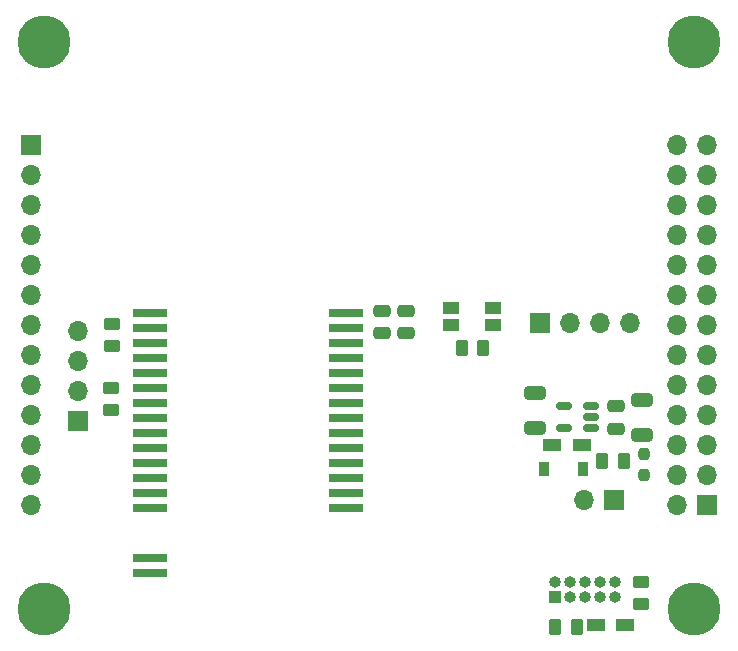
<source format=gbr>
%TF.GenerationSoftware,KiCad,Pcbnew,6.0.0-d3dd2cf0fa~116~ubuntu20.04.1*%
%TF.CreationDate,2022-01-05T21:30:45+00:00*%
%TF.ProjectId,opizero2_cc2652p,6f70697a-6572-46f3-925f-636332363532,rev?*%
%TF.SameCoordinates,Original*%
%TF.FileFunction,Soldermask,Top*%
%TF.FilePolarity,Negative*%
%FSLAX46Y46*%
G04 Gerber Fmt 4.6, Leading zero omitted, Abs format (unit mm)*
G04 Created by KiCad (PCBNEW 6.0.0-d3dd2cf0fa~116~ubuntu20.04.1) date 2022-01-05 21:30:45*
%MOMM*%
%LPD*%
G01*
G04 APERTURE LIST*
G04 Aperture macros list*
%AMRoundRect*
0 Rectangle with rounded corners*
0 $1 Rounding radius*
0 $2 $3 $4 $5 $6 $7 $8 $9 X,Y pos of 4 corners*
0 Add a 4 corners polygon primitive as box body*
4,1,4,$2,$3,$4,$5,$6,$7,$8,$9,$2,$3,0*
0 Add four circle primitives for the rounded corners*
1,1,$1+$1,$2,$3*
1,1,$1+$1,$4,$5*
1,1,$1+$1,$6,$7*
1,1,$1+$1,$8,$9*
0 Add four rect primitives between the rounded corners*
20,1,$1+$1,$2,$3,$4,$5,0*
20,1,$1+$1,$4,$5,$6,$7,0*
20,1,$1+$1,$6,$7,$8,$9,0*
20,1,$1+$1,$8,$9,$2,$3,0*%
G04 Aperture macros list end*
%ADD10R,1.400000X1.050000*%
%ADD11RoundRect,0.250000X0.262500X0.450000X-0.262500X0.450000X-0.262500X-0.450000X0.262500X-0.450000X0*%
%ADD12RoundRect,0.250000X0.650000X-0.325000X0.650000X0.325000X-0.650000X0.325000X-0.650000X-0.325000X0*%
%ADD13R,3.000000X0.800000*%
%ADD14R,1.700000X1.700000*%
%ADD15O,1.700000X1.700000*%
%ADD16RoundRect,0.250000X-0.450000X0.262500X-0.450000X-0.262500X0.450000X-0.262500X0.450000X0.262500X0*%
%ADD17RoundRect,0.250000X0.450000X-0.262500X0.450000X0.262500X-0.450000X0.262500X-0.450000X-0.262500X0*%
%ADD18R,0.914400X1.219200*%
%ADD19R,1.500000X1.000000*%
%ADD20RoundRect,0.250000X0.475000X-0.250000X0.475000X0.250000X-0.475000X0.250000X-0.475000X-0.250000X0*%
%ADD21RoundRect,0.150000X0.512500X0.150000X-0.512500X0.150000X-0.512500X-0.150000X0.512500X-0.150000X0*%
%ADD22R,1.000000X1.000000*%
%ADD23O,1.000000X1.000000*%
%ADD24C,4.500000*%
%ADD25RoundRect,0.237500X0.237500X-0.250000X0.237500X0.250000X-0.237500X0.250000X-0.237500X-0.250000X0*%
G04 APERTURE END LIST*
D10*
%TO.C,SW1*%
X156910000Y-84990000D03*
X160510000Y-84990000D03*
X156910000Y-86440000D03*
X160510000Y-86440000D03*
%TD*%
D11*
%TO.C,R1*%
X159662500Y-88430000D03*
X157837500Y-88430000D03*
%TD*%
D12*
%TO.C,C3*%
X164084000Y-95201000D03*
X164084000Y-92251000D03*
%TD*%
D13*
%TO.C,U2*%
X148073500Y-101984500D03*
X148073500Y-100714500D03*
X148073500Y-99444500D03*
X148073500Y-98174500D03*
X148073500Y-96904500D03*
X148073500Y-95634500D03*
X148073500Y-94364500D03*
X148073500Y-93094500D03*
X148073500Y-91824500D03*
X148073500Y-90554500D03*
X148073500Y-89284500D03*
X148073500Y-88014500D03*
X148073500Y-86744500D03*
X148073500Y-85474500D03*
X131426500Y-85474500D03*
X131426500Y-86744500D03*
X131426500Y-88014500D03*
X131426500Y-89284500D03*
X131436500Y-90554500D03*
X131436500Y-91824500D03*
X131436500Y-93094500D03*
X131436500Y-94364500D03*
X131436500Y-95634500D03*
X131436500Y-96904500D03*
X131436500Y-98174500D03*
X131436500Y-99444500D03*
X131436500Y-100714500D03*
X131436500Y-101984500D03*
X131441500Y-106206500D03*
X131441500Y-107470900D03*
%TD*%
D14*
%TO.C,J4*%
X170775000Y-101300000D03*
D15*
X168235000Y-101300000D03*
%TD*%
D11*
%TO.C,R6*%
X167572500Y-112040000D03*
X165747500Y-112040000D03*
%TD*%
D16*
%TO.C,R5*%
X128180000Y-91837500D03*
X128180000Y-93662500D03*
%TD*%
D17*
%TO.C,R4*%
X128240000Y-88202500D03*
X128240000Y-86377500D03*
%TD*%
D16*
%TO.C,R3*%
X173050000Y-108237500D03*
X173050000Y-110062500D03*
%TD*%
D11*
%TO.C,R2*%
X171562500Y-98000000D03*
X169737500Y-98000000D03*
%TD*%
D14*
%TO.C,J5*%
X125380000Y-94570000D03*
D15*
X125380000Y-92030000D03*
X125380000Y-89490000D03*
X125380000Y-86950000D03*
%TD*%
D18*
%TO.C,D2*%
X164851700Y-98630000D03*
X168128300Y-98630000D03*
%TD*%
D19*
%TO.C,D1*%
X168025000Y-96650000D03*
X165525000Y-96650000D03*
%TD*%
D14*
%TO.C,J3*%
X164475000Y-86325000D03*
D15*
X167015000Y-86325000D03*
X169555000Y-86325000D03*
X172095000Y-86325000D03*
%TD*%
D20*
%TO.C,C2*%
X170875000Y-95225000D03*
X170875000Y-93325000D03*
%TD*%
D21*
%TO.C,U1*%
X168777500Y-95184000D03*
X168777500Y-94234000D03*
X168777500Y-93284000D03*
X166502500Y-93284000D03*
X166502500Y-95184000D03*
%TD*%
D20*
%TO.C,C4*%
X153150000Y-87175000D03*
X153150000Y-85275000D03*
%TD*%
D22*
%TO.C,J6*%
X165760000Y-109465000D03*
D23*
X165760000Y-108195000D03*
X167030000Y-109465000D03*
X167030000Y-108195000D03*
X168300000Y-109465000D03*
X168300000Y-108195000D03*
X169570000Y-109465000D03*
X169570000Y-108195000D03*
X170840000Y-109465000D03*
X170840000Y-108195000D03*
%TD*%
D14*
%TO.C,J2*%
X121400000Y-71200000D03*
D15*
X121400000Y-73740000D03*
X121400000Y-76280000D03*
X121400000Y-78820000D03*
X121400000Y-81360000D03*
X121400000Y-83900000D03*
X121400000Y-86440000D03*
X121400000Y-88980000D03*
X121400000Y-91520000D03*
X121400000Y-94060000D03*
X121400000Y-96600000D03*
X121400000Y-99140000D03*
X121400000Y-101680000D03*
%TD*%
%TO.C,J1*%
X176060000Y-71220000D03*
X178600000Y-71220000D03*
X176060000Y-73760000D03*
X178600000Y-73760000D03*
X176060000Y-76300000D03*
X178600000Y-76300000D03*
X176060000Y-78840000D03*
X178600000Y-78840000D03*
X176060000Y-81380000D03*
X178600000Y-81380000D03*
X176060000Y-83920000D03*
X178600000Y-83920000D03*
X176060000Y-86460000D03*
X178600000Y-86460000D03*
X176060000Y-89000000D03*
X178600000Y-89000000D03*
X176060000Y-91540000D03*
X178600000Y-91540000D03*
X176060000Y-94080000D03*
X178600000Y-94080000D03*
X176060000Y-96620000D03*
X178600000Y-96620000D03*
X176060000Y-99160000D03*
X178600000Y-99160000D03*
X176060000Y-101700000D03*
D14*
X178600000Y-101700000D03*
%TD*%
D24*
%TO.C,H4*%
X122500000Y-110500000D03*
%TD*%
%TO.C,H3*%
X177500000Y-110500000D03*
%TD*%
%TO.C,H2*%
X177500000Y-62500000D03*
%TD*%
%TO.C,H1*%
X122500000Y-62500000D03*
%TD*%
D25*
%TO.C,FB1*%
X173310000Y-99172500D03*
X173310000Y-97347500D03*
%TD*%
D19*
%TO.C,D3*%
X169184000Y-111825000D03*
X171684000Y-111825000D03*
%TD*%
D20*
%TO.C,C5*%
X151100000Y-87175000D03*
X151100000Y-85275000D03*
%TD*%
D12*
%TO.C,C1*%
X173100000Y-95765000D03*
X173100000Y-92815000D03*
%TD*%
M02*

</source>
